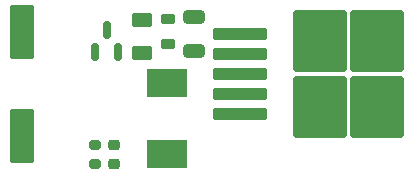
<source format=gbr>
%TF.GenerationSoftware,KiCad,Pcbnew,7.0.2*%
%TF.CreationDate,2023-05-06T19:40:55+10:00*%
%TF.ProjectId,Regulator,52656775-6c61-4746-9f72-2e6b69636164,rev?*%
%TF.SameCoordinates,Original*%
%TF.FileFunction,Paste,Top*%
%TF.FilePolarity,Positive*%
%FSLAX46Y46*%
G04 Gerber Fmt 4.6, Leading zero omitted, Abs format (unit mm)*
G04 Created by KiCad (PCBNEW 7.0.2) date 2023-05-06 19:40:55*
%MOMM*%
%LPD*%
G01*
G04 APERTURE LIST*
G04 Aperture macros list*
%AMRoundRect*
0 Rectangle with rounded corners*
0 $1 Rounding radius*
0 $2 $3 $4 $5 $6 $7 $8 $9 X,Y pos of 4 corners*
0 Add a 4 corners polygon primitive as box body*
4,1,4,$2,$3,$4,$5,$6,$7,$8,$9,$2,$3,0*
0 Add four circle primitives for the rounded corners*
1,1,$1+$1,$2,$3*
1,1,$1+$1,$4,$5*
1,1,$1+$1,$6,$7*
1,1,$1+$1,$8,$9*
0 Add four rect primitives between the rounded corners*
20,1,$1+$1,$2,$3,$4,$5,0*
20,1,$1+$1,$4,$5,$6,$7,0*
20,1,$1+$1,$6,$7,$8,$9,0*
20,1,$1+$1,$8,$9,$2,$3,0*%
G04 Aperture macros list end*
%ADD10RoundRect,0.250001X0.799999X-2.049999X0.799999X2.049999X-0.799999X2.049999X-0.799999X-2.049999X0*%
%ADD11RoundRect,0.250000X-2.025000X-2.375000X2.025000X-2.375000X2.025000X2.375000X-2.025000X2.375000X0*%
%ADD12RoundRect,0.250000X-2.050000X-0.300000X2.050000X-0.300000X2.050000X0.300000X-2.050000X0.300000X0*%
%ADD13RoundRect,0.200000X0.275000X-0.200000X0.275000X0.200000X-0.275000X0.200000X-0.275000X-0.200000X0*%
%ADD14RoundRect,0.150000X0.150000X-0.587500X0.150000X0.587500X-0.150000X0.587500X-0.150000X-0.587500X0*%
%ADD15R,3.500000X2.350000*%
%ADD16RoundRect,0.218750X0.381250X-0.218750X0.381250X0.218750X-0.381250X0.218750X-0.381250X-0.218750X0*%
%ADD17RoundRect,0.250000X-0.625000X0.375000X-0.625000X-0.375000X0.625000X-0.375000X0.625000X0.375000X0*%
%ADD18RoundRect,0.218750X0.256250X-0.218750X0.256250X0.218750X-0.256250X0.218750X-0.256250X-0.218750X0*%
%ADD19RoundRect,0.250000X-0.650000X0.325000X-0.650000X-0.325000X0.650000X-0.325000X0.650000X0.325000X0*%
G04 APERTURE END LIST*
D10*
%TO.C,C1*%
X120250000Y-78400000D03*
X120250000Y-87200000D03*
%TD*%
D11*
%TO.C,U1*%
X145450000Y-84775000D03*
X150300000Y-79225000D03*
X145450000Y-79225000D03*
X150300000Y-84775000D03*
D12*
X138725000Y-85400000D03*
X138725000Y-83700000D03*
X138725000Y-82000000D03*
X138725000Y-80300000D03*
X138725000Y-78600000D03*
%TD*%
D13*
%TO.C,R1*%
X126400000Y-87975000D03*
X126400000Y-89625000D03*
%TD*%
D14*
%TO.C,Q1*%
X127400000Y-78262500D03*
X128350000Y-80137500D03*
X126450000Y-80137500D03*
%TD*%
D15*
%TO.C,L1*%
X132500000Y-88775000D03*
X132500000Y-82725000D03*
%TD*%
D16*
%TO.C,FB1*%
X132600000Y-77337500D03*
X132600000Y-79462500D03*
%TD*%
D17*
%TO.C,F1*%
X130400000Y-80200000D03*
X130400000Y-77400000D03*
%TD*%
D18*
%TO.C,D2*%
X128000000Y-88012500D03*
X128000000Y-89587500D03*
%TD*%
D19*
%TO.C,C13*%
X134800000Y-80075000D03*
X134800000Y-77125000D03*
%TD*%
M02*

</source>
